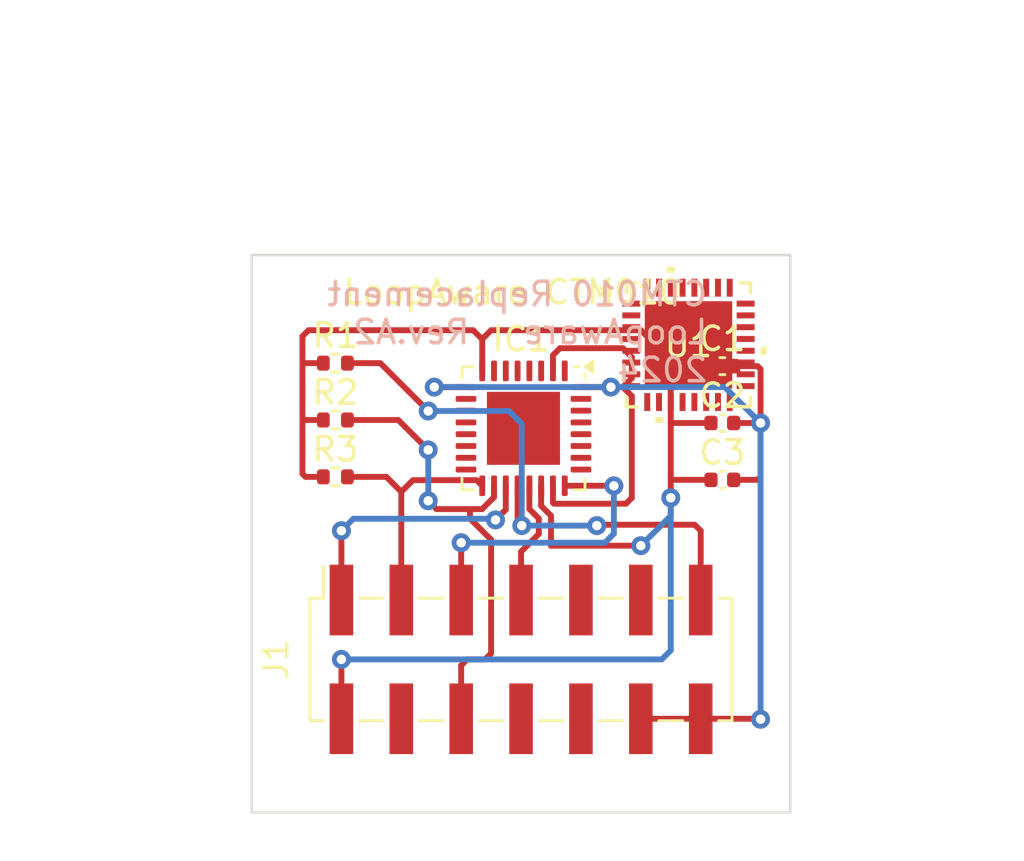
<source format=kicad_pcb>
(kicad_pcb (version 20221018) (generator pcbnew)
  (layers (0 "F.Cu" signal) (31 "B.Cu" signal) (34 "B.Paste" user) (35 "F.Paste" user) (36 "B.SilkS" user "B.Silkscreen") (37 "F.SilkS" user "F.Silkscreen") (38 "B.Mask" user) (39 "F.Mask" user) (44 "Edge.Cuts" user))
  (net 0 "")
  (net 1 "VDD")
  (net 2 "GND")
  (net 3 "RESET")
  (net 4 "IRQ")
  (net 5 "SPI_CLK")
  (net 6 "SPI_CS")
  (net 7 "SPI_MOSI")
  (net 8 "SPI_MISO")
  (footprint "Capacitor_SMD:C_0402_1005Metric" (layer "F.Cu") (at 155.9945 91.454)
    (fp_text reference "C2" (at 0 -1.16) (layer "F.SilkS"))
    (fp_text value "100n")
    (fp_line (start -0.107836 -0.36) (end 0.107836 -0.36) (stroke (width 0.12)) (layer "F.SilkS"))
    (fp_line (start -0.107836 0.36) (end 0.107836 0.36) (stroke (width 0.12)) (layer "F.SilkS"))
    (pad "1" smd roundrect (at -0.48 0) (size 0.56 0.62) (layers "F.Cu" "F.Paste" "F.Mask") (net 1 "VDD"))
    (pad "2" smd roundrect (at 0.48 0) (size 0.56 0.62) (layers "F.Cu" "F.Paste" "F.Mask") (net 2 "GND"))
  )
  (footprint "Resistor_SMD:R_0402_1005Metric" (layer "F.Cu") (at 139.5815 91.327)
    (fp_text reference "R2" (at 0 -1.17) (layer "F.SilkS"))
    (fp_text value "10k")
    (fp_line (start -0.153641 -0.38) (end 0.153641 -0.38) (stroke (width 0.12)) (layer "F.SilkS"))
    (fp_line (start -0.153641 0.38) (end 0.153641 0.38) (stroke (width 0.12)) (layer "F.SilkS"))
    (pad "1" smd roundrect (at -0.51 0) (size 0.54 0.64) (layers "F.Cu" "F.Paste" "F.Mask") (net 1 "VDD"))
    (pad "2" smd roundrect (at 0.51 0) (size 0.54 0.64) (layers "F.Cu" "F.Paste" "F.Mask") (net 4 "IRQ"))
  )
  (footprint "Connector_PinSocket_2.54mm:PinSocket_2x07_P2.54mm_Vertical_SMD" (layer "F.Cu") (at 147.4575 101.487 90)
    (fp_text reference "J1" (at 0 -10.39 90) (layer "F.SilkS"))
    (fp_text value "Conn_02x07_Odd_Even")
    (fp_line (start -2.6 -8.95) (end -2.6 -8.38) (stroke (width 0.12)) (layer "F.SilkS"))
    (fp_line (start -2.6 -8.95) (end 2.6 -8.95) (stroke (width 0.12)) (layer "F.SilkS"))
    (fp_line (start -2.6 -6.86) (end -2.6 -5.84) (stroke (width 0.12)) (layer "F.SilkS"))
    (fp_line (start -2.6 -4.32) (end -2.6 -3.3) (stroke (width 0.12)) (layer "F.SilkS"))
    (fp_line (start -2.6 -1.78) (end -2.6 -0.76) (stroke (width 0.12)) (layer "F.SilkS"))
    (fp_line (start -2.6 0.76) (end -2.6 1.78) (stroke (width 0.12)) (layer "F.SilkS"))
    (fp_line (start -2.6 3.3) (end -2.6 4.32) (stroke (width 0.12)) (layer "F.SilkS"))
    (fp_line (start -2.6 5.84) (end -2.6 6.86) (stroke (width 0.12)) (layer "F.SilkS"))
    (fp_line (start -2.6 8.38) (end -2.6 8.95) (stroke (width 0.12)) (layer "F.SilkS"))
    (fp_line (start -2.6 8.95) (end 2.6 8.95) (stroke (width 0.12)) (layer "F.SilkS"))
    (fp_line (start 2.6 -8.95) (end 2.6 -8.38) (stroke (width 0.12)) (layer "F.SilkS"))
    (fp_line (start 2.6 -8.38) (end 3.96 -8.38) (stroke (width 0.12)) (layer "F.SilkS"))
    (fp_line (start 2.6 -6.86) (end 2.6 -5.84) (stroke (width 0.12)) (layer "F.SilkS"))
    (fp_line (start 2.6 -4.32) (end 2.6 -3.3) (stroke (width 0.12)) (layer "F.SilkS"))
    (fp_line (start 2.6 -1.78) (end 2.6 -0.76) (stroke (width 0.12)) (layer "F.SilkS"))
    (fp_line (start 2.6 0.76) (end 2.6 1.78) (stroke (width 0.12)) (layer "F.SilkS"))
    (fp_line (start 2.6 3.3) (end 2.6 4.32) (stroke (width 0.12)) (layer "F.SilkS"))
    (fp_line (start 2.6 5.84) (end 2.6 6.86) (stroke (width 0.12)) (layer "F.SilkS"))
    (fp_line (start 2.6 8.38) (end 2.6 8.95) (stroke (width 0.12)) (layer "F.SilkS"))
    (pad "1" smd rect (at 2.52 -7.62 90) (size 3 1) (layers "F.Cu" "F.Paste" "F.Mask") (net 5 "SPI_CLK"))
    (pad "2" smd rect (at -2.52 -7.62 90) (size 3 1) (layers "F.Cu" "F.Paste" "F.Mask") (net 1 "VDD"))
    (pad "3" smd rect (at 2.52 -5.08 90) (size 3 1) (layers "F.Cu" "F.Paste" "F.Mask") (net 3 "RESET"))
    (pad "4" smd rect (at -2.52 -5.08 90) (size 3 1) (layers "F.Cu" "F.Paste" "F.Mask"))
    (pad "5" smd rect (at 2.52 -2.54 90) (size 3 1) (layers "F.Cu" "F.Paste" "F.Mask") (net 8 "SPI_MISO"))
    (pad "6" smd rect (at -2.52 -2.54 90) (size 3 1) (layers "F.Cu" "F.Paste" "F.Mask") (net 4 "IRQ"))
    (pad "7" smd rect (at 2.52 0 90) (size 3 1) (layers "F.Cu" "F.Paste" "F.Mask") (net 7 "SPI_MOSI"))
    (pad "8" smd rect (at -2.52 0 90) (size 3 1) (layers "F.Cu" "F.Paste" "F.Mask"))
    (pad "9" smd rect (at 2.52 2.54 90) (size 3 1) (layers "F.Cu" "F.Paste" "F.Mask"))
    (pad "10" smd rect (at -2.52 2.54 90) (size 3 1) (layers "F.Cu" "F.Paste" "F.Mask"))
    (pad "11" smd rect (at 2.52 5.08 90) (size 3 1) (layers "F.Cu" "F.Paste" "F.Mask"))
    (pad "12" smd rect (at -2.52 5.08 90) (size 3 1) (layers "F.Cu" "F.Paste" "F.Mask") (net 2 "GND"))
    (pad "13" smd rect (at 2.52 7.62 90) (size 3 1) (layers "F.Cu" "F.Paste" "F.Mask") (net 6 "SPI_CS"))
    (pad "14" smd rect (at -2.52 7.62 90) (size 3 1) (layers "F.Cu" "F.Paste" "F.Mask") (net 2 "GND"))
  )
  (footprint "Capacitor_SMD:C_0402_1005Metric" (layer "F.Cu") (at 155.9945 93.867)
    (fp_text reference "C3" (at 0 -1.16) (layer "F.SilkS"))
    (fp_text value "100n")
    (fp_line (start -0.107836 -0.36) (end 0.107836 -0.36) (stroke (width 0.12)) (layer "F.SilkS"))
    (fp_line (start -0.107836 0.36) (end 0.107836 0.36) (stroke (width 0.12)) (layer "F.SilkS"))
    (pad "1" smd roundrect (at -0.48 0) (size 0.56 0.62) (layers "F.Cu" "F.Paste" "F.Mask") (net 1 "VDD"))
    (pad "2" smd roundrect (at 0.48 0) (size 0.56 0.62) (layers "F.Cu" "F.Paste" "F.Mask") (net 2 "GND"))
  )
  (footprint "footprints:QFN32_SLB9670VQ20FW785XTMA1_INF" (layer "F.Cu") (at 154.559 88.138)
    (fp_text reference "U1" (at 0 0 unlocked) (layer "F.SilkS"))
    (fp_text value "SLB9670VQ20FW785XTMA1")
    (fp_text user "*" (at -3.4417 -2) (layer "F.SilkS"))
    (fp_text user "*" (at -3.4417 -2 unlocked) (layer "F.SilkS"))
    (fp_line (start -2.6289 -2.6289) (end -2.6289 -2.209739) (stroke (width 0.1524)) (layer "F.SilkS"))
    (fp_line (start -2.6289 2.209739) (end -2.6289 2.6289) (stroke (width 0.1524)) (layer "F.SilkS"))
    (fp_line (start -2.6289 2.6289) (end -2.209739 2.6289) (stroke (width 0.1524)) (layer "F.SilkS"))
    (fp_line (start -2.209739 -2.6289) (end -2.6289 -2.6289) (stroke (width 0.1524)) (layer "F.SilkS"))
    (fp_line (start 2.209739 2.6289) (end 2.6289 2.6289) (stroke (width 0.1524)) (layer "F.SilkS"))
    (fp_line (start 2.6289 -2.6289) (end 2.209739 -2.6289) (stroke (width 0.1524)) (layer "F.SilkS"))
    (fp_line (start 2.6289 -2.209739) (end 2.6289 -2.6289) (stroke (width 0.1524)) (layer "F.SilkS"))
    (fp_line (start 2.6289 2.6289) (end 2.6289 2.209739) (stroke (width 0.1524)) (layer "F.SilkS"))
    (fp_poly (pts (xy -1.4405 3.0607) (xy -1.4405 3.3147) (xy -1.0595 3.3147) (xy -1.0595 3.0607)) (fill solid) (layer "F.SilkS"))
    (fp_poly (pts (xy -0.940501 -3.0607) (xy -0.940501 -3.3147) (xy -0.559501 -3.3147) (xy -0.559501 -3.0607)) (fill solid) (layer "F.SilkS"))
    (fp_poly (pts (xy 3.3147 0.059499) (xy 3.3147 0.4405) (xy 3.0607 0.4405) (xy 3.0607 0.059499)) (fill solid) (layer "F.SilkS"))
    (pad "1" smd rect (at -2.4257 -1.749999 90) (size 0.254 0.762) (layers "F.Cu" "F.Paste" "F.Mask"))
    (pad "2" smd rect (at -2.4257 -1.25 90) (size 0.254 0.762) (layers "F.Cu" "F.Paste" "F.Mask"))
    (pad "3" smd rect (at -2.4257 -0.750001 90) (size 0.254 0.762) (layers "F.Cu" "F.Paste" "F.Mask"))
    (pad "4" smd rect (at -2.4257 -0.25 90) (size 0.254 0.762) (layers "F.Cu" "F.Paste" "F.Mask"))
    (pad "5" smd rect (at -2.4257 0.25 90) (size 0.254 0.762) (layers "F.Cu" "F.Paste" "F.Mask"))
    (pad "6" smd rect (at -2.4257 0.750001 90) (size 0.254 0.762) (layers "F.Cu" "F.Paste" "F.Mask"))
    (pad "7" smd rect (at -2.4257 1.25 90) (size 0.254 0.762) (layers "F.Cu" "F.Paste" "F.Mask"))
    (pad "8" smd rect (at -2.4257 1.749999 90) (size 0.254 0.762) (layers "F.Cu" "F.Paste" "F.Mask"))
    (pad "9" smd rect (at -1.749999 2.4257) (size 0.254 0.762) (layers "F.Cu" "F.Paste" "F.Mask"))
    (pad "10" smd rect (at -1.25 2.4257) (size 0.254 0.762) (layers "F.Cu" "F.Paste" "F.Mask"))
    (pad "11" smd rect (at -0.750001 2.4257) (size 0.254 0.762) (layers "F.Cu" "F.Paste" "F.Mask"))
    (pad "12" smd rect (at -0.25 2.4257) (size 0.254 0.762) (layers "F.Cu" "F.Paste" "F.Mask"))
    (pad "13" smd rect (at 0.25 2.4257) (size 0.254 0.762) (layers "F.Cu" "F.Paste" "F.Mask"))
    (pad "14" smd rect (at 0.750001 2.4257) (size 0.254 0.762) (layers "F.Cu" "F.Paste" "F.Mask"))
    (pad "15" smd rect (at 1.25 2.4257) (size 0.254 0.762) (layers "F.Cu" "F.Paste" "F.Mask"))
    (pad "16" smd rect (at 1.749999 2.4257) (size 0.254 0.762) (layers "F.Cu" "F.Paste" "F.Mask"))
    (pad "17" smd rect (at 2.4257 1.749999 90) (size 0.254 0.762) (layers "F.Cu" "F.Paste" "F.Mask"))
    (pad "18" smd rect (at 2.4257 1.25 90) (size 0.254 0.762) (layers "F.Cu" "F.Paste" "F.Mask"))
    (pad "19" smd rect (at 2.4257 0.750001 90) (size 0.254 0.762) (layers "F.Cu" "F.Paste" "F.Mask"))
    (pad "20" smd rect (at 2.4257 0.25 90) (size 0.254 0.762) (layers "F.Cu" "F.Paste" "F.Mask"))
    (pad "21" smd rect (at 2.4257 -0.25 90) (size 0.254 0.762) (layers "F.Cu" "F.Paste" "F.Mask"))
    (pad "22" smd rect (at 2.4257 -0.750001 90) (size 0.254 0.762) (layers "F.Cu" "F.Paste" "F.Mask"))
    (pad "23" smd rect (at 2.4257 -1.25 90) (size 0.254 0.762) (layers "F.Cu" "F.Paste" "F.Mask"))
    (pad "24" smd rect (at 2.4257 -1.749999 90) (size 0.254 0.762) (layers "F.Cu" "F.Paste" "F.Mask"))
    (pad "25" smd rect (at 1.749999 -2.4257) (size 0.254 0.762) (layers "F.Cu" "F.Paste" "F.Mask"))
    (pad "26" smd rect (at 1.25 -2.4257) (size 0.254 0.762) (layers "F.Cu" "F.Paste" "F.Mask"))
    (pad "27" smd rect (at 0.750001 -2.4257) (size 0.254 0.762) (layers "F.Cu" "F.Paste" "F.Mask"))
    (pad "28" smd rect (at 0.25 -2.4257) (size 0.254 0.762) (layers "F.Cu" "F.Paste" "F.Mask"))
    (pad "29" smd rect (at -0.25 -2.4257) (size 0.254 0.762) (layers "F.Cu" "F.Paste" "F.Mask"))
    (pad "30" smd rect (at -0.750001 -2.4257) (size 0.254 0.762) (layers "F.Cu" "F.Paste" "F.Mask"))
    (pad "31" smd rect (at -1.25 -2.4257) (size 0.254 0.762) (layers "F.Cu" "F.Paste" "F.Mask"))
    (pad "32" smd rect (at -1.749999 -2.4257) (size 0.254 0.762) (layers "F.Cu" "F.Paste" "F.Mask"))
    (pad "33" smd rect (at 0 0) (size 3.7084 3.7084) (layers "F.Cu" "F.Paste" "F.Mask"))
  )
  (footprint "Capacitor_SMD:C_0402_1005Metric" (layer "F.Cu") (at 155.9945 89.041)
    (fp_text reference "C1" (at 0 -1.16) (layer "F.SilkS"))
    (fp_text value "1u")
    (fp_line (start -0.107836 -0.36) (end 0.107836 -0.36) (stroke (width 0.12)) (layer "F.SilkS"))
    (fp_line (start -0.107836 0.36) (end 0.107836 0.36) (stroke (width 0.12)) (layer "F.SilkS"))
    (pad "1" smd roundrect (at -0.48 0) (size 0.56 0.62) (layers "F.Cu" "F.Paste" "F.Mask") (net 1 "VDD"))
    (pad "2" smd roundrect (at 0.48 0) (size 0.56 0.62) (layers "F.Cu" "F.Paste" "F.Mask") (net 2 "GND"))
  )
  (footprint "Resistor_SMD:R_0402_1005Metric" (layer "F.Cu") (at 139.5815 93.74)
    (fp_text reference "R3" (at 0 -1.17) (layer "F.SilkS"))
    (fp_text value "10k")
    (fp_line (start -0.153641 -0.38) (end 0.153641 -0.38) (stroke (width 0.12)) (layer "F.SilkS"))
    (fp_line (start -0.153641 0.38) (end 0.153641 0.38) (stroke (width 0.12)) (layer "F.SilkS"))
    (pad "1" smd roundrect (at -0.51 0) (size 0.54 0.64) (layers "F.Cu" "F.Paste" "F.Mask") (net 1 "VDD"))
    (pad "2" smd roundrect (at 0.51 0) (size 0.54 0.64) (layers "F.Cu" "F.Paste" "F.Mask") (net 3 "RESET"))
  )
  (footprint "Package_DFN_QFN:QFN-32-1EP_5x5mm_P0.5mm_EP3.1x3.1mm" (layer "F.Cu") (at 147.56 91.68 -90)
    (fp_text reference "IC1" (at -3.782 0.1025 -180) (layer "F.SilkS"))
    (fp_text value "Infineon-SLB9670")
    (fp_line (start -2.61 -2.135) (end -2.61 -2.37) (stroke (width 0.12)) (layer "F.SilkS"))
    (fp_line (start -2.61 2.61) (end -2.61 2.135) (stroke (width 0.12)) (layer "F.SilkS"))
    (fp_line (start -2.135 -2.61) (end -2.31 -2.61) (stroke (width 0.12)) (layer "F.SilkS"))
    (fp_line (start -2.135 2.61) (end -2.61 2.61) (stroke (width 0.12)) (layer "F.SilkS"))
    (fp_line (start 2.135 -2.61) (end 2.61 -2.61) (stroke (width 0.12)) (layer "F.SilkS"))
    (fp_line (start 2.135 2.61) (end 2.61 2.61) (stroke (width 0.12)) (layer "F.SilkS"))
    (fp_line (start 2.61 -2.61) (end 2.61 -2.135) (stroke (width 0.12)) (layer "F.SilkS"))
    (fp_line (start 2.61 2.61) (end 2.61 2.135) (stroke (width 0.12)) (layer "F.SilkS"))
    (fp_poly (pts (xy -2.61 -2.61) (xy -2.85 -2.94) (xy -2.37 -2.94) (xy -2.61 -2.61)) (stroke (width 0.12)) (fill solid) (layer "F.SilkS"))
    (pad "1" smd roundrect (at -2.4375 -1.75 270) (size 0.875 0.25) (layers "F.Cu" "F.Paste" "F.Mask"))
    (pad "2" smd roundrect (at -2.4375 -1.25 270) (size 0.875 0.25) (layers "F.Cu" "F.Paste" "F.Mask") (net 2 "GND"))
    (pad "3" smd roundrect (at -2.4375 -0.75 270) (size 0.875 0.25) (layers "F.Cu" "F.Paste" "F.Mask"))
    (pad "4" smd roundrect (at -2.4375 -0.25 270) (size 0.875 0.25) (layers "F.Cu" "F.Paste" "F.Mask"))
    (pad "5" smd roundrect (at -2.4375 0.25 270) (size 0.875 0.25) (layers "F.Cu" "F.Paste" "F.Mask"))
    (pad "6" smd roundrect (at -2.4375 0.75 270) (size 0.875 0.25) (layers "F.Cu" "F.Paste" "F.Mask"))
    (pad "7" smd roundrect (at -2.4375 1.25 270) (size 0.875 0.25) (layers "F.Cu" "F.Paste" "F.Mask"))
    (pad "8" smd roundrect (at -2.4375 1.75 270) (size 0.875 0.25) (layers "F.Cu" "F.Paste" "F.Mask") (net 1 "VDD"))
    (pad "9" smd roundrect (at -1.75 2.4375 270) (size 0.25 0.875) (layers "F.Cu" "F.Paste" "F.Mask") (net 2 "GND"))
    (pad "10" smd roundrect (at -1.25 2.4375 270) (size 0.25 0.875) (layers "F.Cu" "F.Paste" "F.Mask"))
    (pad "11" smd roundrect (at -0.75 2.4375 270) (size 0.25 0.875) (layers "F.Cu" "F.Paste" "F.Mask"))
    (pad "12" smd roundrect (at -0.25 2.4375 270) (size 0.25 0.875) (layers "F.Cu" "F.Paste" "F.Mask"))
    (pad "13" smd roundrect (at 0.25 2.4375 270) (size 0.25 0.875) (layers "F.Cu" "F.Paste" "F.Mask"))
    (pad "14" smd roundrect (at 0.75 2.4375 270) (size 0.25 0.875) (layers "F.Cu" "F.Paste" "F.Mask"))
    (pad "15" smd roundrect (at 1.25 2.4375 270) (size 0.25 0.875) (layers "F.Cu" "F.Paste" "F.Mask"))
    (pad "16" smd roundrect (at 1.75 2.4375 270) (size 0.25 0.875) (layers "F.Cu" "F.Paste" "F.Mask"))
    (pad "17" smd roundrect (at 2.4375 1.75 270) (size 0.875 0.25) (layers "F.Cu" "F.Paste" "F.Mask") (net 3 "RESET"))
    (pad "18" smd roundrect (at 2.4375 1.25 270) (size 0.875 0.25) (layers "F.Cu" "F.Paste" "F.Mask") (net 4 "IRQ"))
    (pad "19" smd roundrect (at 2.4375 0.75 270) (size 0.875 0.25) (layers "F.Cu" "F.Paste" "F.Mask") (net 5 "SPI_CLK"))
    (pad "20" smd roundrect (at 2.4375 0.25 270) (size 0.875 0.25) (layers "F.Cu" "F.Paste" "F.Mask") (net 6 "SPI_CS"))
    (pad "21" smd roundrect (at 2.4375 -0.25 270) (size 0.875 0.25) (layers "F.Cu" "F.Paste" "F.Mask") (net 7 "SPI_MOSI"))
    (pad "22" smd roundrect (at 2.4375 -0.75 270) (size 0.875 0.25) (layers "F.Cu" "F.Paste" "F.Mask") (net 1 "VDD"))
    (pad "23" smd roundrect (at 2.4375 -1.25 270) (size 0.875 0.25) (layers "F.Cu" "F.Paste" "F.Mask") (net 2 "GND"))
    (pad "24" smd roundrect (at 2.4375 -1.75 270) (size 0.875 0.25) (layers "F.Cu" "F.Paste" "F.Mask") (net 8 "SPI_MISO"))
    (pad "25" smd roundrect (at 1.75 -2.4375 270) (size 0.25 0.875) (layers "F.Cu" "F.Paste" "F.Mask"))
    (pad "26" smd roundrect (at 1.25 -2.4375 270) (size 0.25 0.875) (layers "F.Cu" "F.Paste" "F.Mask"))
    (pad "27" smd roundrect (at 0.75 -2.4375 270) (size 0.25 0.875) (layers "F.Cu" "F.Paste" "F.Mask"))
    (pad "28" smd roundrect (at 0.25 -2.4375 270) (size 0.25 0.875) (layers "F.Cu" "F.Paste" "F.Mask"))
    (pad "29" smd roundrect (at -0.25 -2.4375 270) (size 0.25 0.875) (layers "F.Cu" "F.Paste" "F.Mask"))
    (pad "30" smd roundrect (at -0.75 -2.4375 270) (size 0.25 0.875) (layers "F.Cu" "F.Paste" "F.Mask"))
    (pad "31" smd roundrect (at -1.25 -2.4375 270) (size 0.25 0.875) (layers "F.Cu" "F.Paste" "F.Mask"))
    (pad "32" smd roundrect (at -1.75 -2.4375 270) (size 0.25 0.875) (layers "F.Cu" "F.Paste" "F.Mask") (net 2 "GND"))
    (pad "33" smd rect (at 0 0 270) (size 3.1 3.1) (property pad_prop_heatsink) (layers "F.Cu" "F.Mask"))
  )
  (footprint "Resistor_SMD:R_0402_1005Metric" (layer "F.Cu") (at 139.5815 88.914)
    (fp_text reference "R1" (at 0 -1.17) (layer "F.SilkS"))
    (fp_text value "10k")
    (fp_line (start -0.153641 -0.38) (end 0.153641 -0.38) (stroke (width 0.12)) (layer "F.SilkS"))
    (fp_line (start -0.153641 0.38) (end 0.153641 0.38) (stroke (width 0.12)) (layer "F.SilkS"))
    (pad "1" smd roundrect (at -0.51 0) (size 0.54 0.64) (layers "F.Cu" "F.Paste" "F.Mask") (net 1 "VDD"))
    (pad "2" smd roundrect (at 0.51 0) (size 0.54 0.64) (layers "F.Cu" "F.Paste" "F.Mask") (net 6 "SPI_CS"))
  )
  (gr_rect (start 136.0315 84.328) (end 158.877 107.986) (stroke (width 0.1)) (fill none) (layer "Edge.Cuts"))
  (gr_text "CTM010 Replacement\nLoopAware   Rev.A2\n2024" (at 155.448 89.789) (layer "B.SilkS") (effects (font (size 1 1)) (justify left bottom mirror)))
  (gr_text "LoopAware CTM010" (at 139.827 86.487) (layer "F.SilkS") (effects (font (size 1 1)) (justify left bottom)))
  (segment (start 138.3135 93.74) (end 139.0715 93.74) (width 0.25) (layer "F.Cu") (net 1))
  (segment (start 148.31 94.1175) (end 148.31 94.60474) (width 0.25) (layer "F.Cu") (net 1))
  (segment (start 152.5375 87.517) (end 146.1875 87.517) (width 0.25) (layer "F.Cu") (net 1))
  (segment (start 154.0615 89.041) (end 155.5145 89.041) (width 0.25) (layer "F.Cu") (net 1))
  (segment (start 148.31 94.1175) (end 148.31 94.969791) (width 0.25) (layer "F.Cu") (net 1))
  (segment (start 153.8075 91.454) (end 153.8075 89.295) (width 0.25) (layer "F.Cu") (net 1))
  (segment (start 153.8075 88.787) (end 154.0615 89.041) (width 0.25) (layer "F.Cu") (net 1))
  (segment (start 155.5145 91.454) (end 153.8075 91.454) (width 0.25) (layer "F.Cu") (net 1))
  (segment (start 148.7275 96.661) (end 152.5375 96.661) (width 0.25) (layer "F.Cu") (net 1))
  (segment (start 153.8075 94.629) (end 153.8075 93.867) (width 0.25) (layer "F.Cu") (net 1))
  (segment (start 155.5145 93.867) (end 153.8075 93.867) (width 0.25) (layer "F.Cu") (net 1))
  (segment (start 153.8075 89.295) (end 154.0615 89.041) (width 0.25) (layer "F.Cu") (net 1))
  (segment (start 139.0715 91.327) (end 138.1865 91.327) (width 0.25) (layer "F.Cu") (net 1))
  (segment (start 145.4255 87.517) (end 138.4405 87.517) (width 0.25) (layer "F.Cu") (net 1))
  (segment (start 138.1865 93.613) (end 138.3135 93.74) (width 0.25) (layer "F.Cu") (net 1))
  (segment (start 153.8075 93.867) (end 153.8075 91.454) (width 0.25) (layer "F.Cu") (net 1))
  (segment (start 139.0715 88.914) (end 138.1865 88.914) (width 0.25) (layer "F.Cu") (net 1))
  (segment (start 145.8065 87.898) (end 145.4255 87.517) (width 0.25) (layer "F.Cu") (net 1))
  (segment (start 145.81 87.9015) (end 145.81 89.2425) (width 0.25) (layer "F.Cu") (net 1))
  (segment (start 148.7275 95.387291) (end 148.7275 96.661) (width 0.25) (layer "F.Cu") (net 1))
  (segment (start 138.1865 88.914) (end 138.1865 91.327) (width 0.25) (layer "F.Cu") (net 1))
  (segment (start 153.8075 88.787) (end 152.5375 87.517) (width 0.25) (layer "F.Cu") (net 1))
  (segment (start 145.8065 87.898) (end 145.81 87.9015) (width 0.25) (layer "F.Cu") (net 1))
  (segment (start 138.1865 91.327) (end 138.1865 93.613) (width 0.25) (layer "F.Cu") (net 1))
  (segment (start 139.8375 101.487) (end 139.8375 104.007) (width 0.25) (layer "F.Cu") (net 1))
  (segment (start 146.1875 87.517) (end 145.8065 87.898) (width 0.25) (layer "F.Cu") (net 1))
  (segment (start 138.4405 87.517) (end 138.1865 87.771) (width 0.25) (layer "F.Cu") (net 1))
  (segment (start 148.31 94.969791) (end 148.7275 95.387291) (width 0.25) (layer "F.Cu") (net 1))
  (segment (start 138.1865 87.771) (end 138.1865 88.914) (width 0.25) (layer "F.Cu") (net 1))
  (via (at 153.8075 94.629) (size 0.8) (drill 0.4) (layers "F.Cu" "B.Cu") (net 1))
  (via (at 139.8375 101.487) (size 0.8) (drill 0.4) (layers "F.Cu" "B.Cu") (net 1))
  (via (at 152.5375 96.661) (size 0.8) (drill 0.4) (layers "F.Cu" "B.Cu") (net 1))
  (segment (start 139.8375 101.487) (end 153.4265 101.487) (width 0.25) (layer "B.Cu") (net 1))
  (segment (start 153.8075 101.106) (end 153.8075 94.629) (width 0.25) (layer "B.Cu") (net 1))
  (segment (start 153.4265 101.487) (end 153.8075 101.106) (width 0.25) (layer "B.Cu") (net 1))
  (segment (start 153.8075 95.391) (end 153.8075 94.629) (width 0.25) (layer "B.Cu") (net 1))
  (segment (start 152.5375 96.661) (end 153.8075 95.391) (width 0.25) (layer "B.Cu") (net 1))
  (segment (start 157.4905 93.867) (end 156.4745 93.867) (width 0.25) (layer "F.Cu") (net 2))
  (segment (start 148.81 88.5775) (end 148.81 89.2425) (width 0.25) (layer "F.Cu") (net 2))
  (segment (start 152.5375 104.007) (end 155.0775 104.007) (width 0.25) (layer "F.Cu") (net 2))
  (segment (start 157.6175 89.168) (end 157.4905 89.041) (width 0.25) (layer "F.Cu") (net 2))
  (segment (start 152.1565 94.629) (end 152.1565 90.311) (width 0.25) (layer "F.Cu") (net 2))
  (segment (start 148.856605 94.88) (end 151.9055 94.88) (width 0.25) (layer "F.Cu") (net 2))
  (segment (start 151.9055 94.88) (end 152.1565 94.629) (width 0.25) (layer "F.Cu") (net 2))
  (segment (start 151.7755 89.93) (end 152.1565 89.549) (width 0.25) (layer "F.Cu") (net 2))
  (segment (start 143.7745 89.93) (end 145.1225 89.93) (width 0.25) (layer "F.Cu") (net 2))
  (segment (start 148.81 94.833395) (end 148.856605 94.88) (width 0.25) (layer "F.Cu") (net 2))
  (segment (start 157.6175 91.454) (end 156.4745 91.454) (width 0.25) (layer "F.Cu") (net 2))
  (segment (start 149.1085 88.279) (end 148.81 88.5775) (width 0.25) (layer "F.Cu") (net 2))
  (segment (start 151.7755 88.279) (end 149.1085 88.279) (width 0.25) (layer "F.Cu") (net 2))
  (segment (start 157.4905 89.041) (end 156.4745 89.041) (width 0.25) (layer "F.Cu") (net 2))
  (segment (start 157.6175 91.454) (end 157.6175 89.168) (width 0.25) (layer "F.Cu") (net 2))
  (segment (start 152.1565 89.549) (end 152.1565 88.66) (width 0.25) (layer "F.Cu") (net 2))
  (segment (start 152.1565 88.66) (end 151.7755 88.279) (width 0.25) (layer "F.Cu") (net 2))
  (segment (start 157.6175 104.027) (end 157.5975 104.007) (width 0.25) (layer "F.Cu") (net 2))
  (segment (start 152.1565 90.311) (end 151.7755 89.93) (width 0.25) (layer "F.Cu") (net 2))
  (segment (start 148.81 94.1175) (end 148.81 94.833395) (width 0.25) (layer "F.Cu") (net 2))
  (segment (start 149.9975 89.93) (end 151.2675 89.93) (width 0.25) (layer "F.Cu") (net 2))
  (segment (start 157.6175 91.454) (end 157.6175 93.74) (width 0.25) (layer "F.Cu") (net 2))
  (segment (start 157.5975 104.007) (end 155.0775 104.007) (width 0.25) (layer "F.Cu") (net 2))
  (segment (start 157.6175 93.74) (end 157.4905 93.867) (width 0.25) (layer "F.Cu") (net 2))
  (segment (start 151.2675 89.93) (end 151.7755 89.93) (width 0.25) (layer "F.Cu") (net 2))
  (via (at 151.2675 89.93) (size 0.8) (drill 0.4) (layers "F.Cu" "B.Cu") (net 2))
  (via (at 157.6175 91.454) (size 0.8) (drill 0.4) (layers "F.Cu" "B.Cu") (net 2))
  (via (at 143.7745 89.93) (size 0.8) (drill 0.4) (layers "F.Cu" "B.Cu") (net 2))
  (via (at 157.6175 104.027) (size 0.8) (drill 0.4) (layers "F.Cu" "B.Cu") (net 2))
  (segment (start 143.7745 89.93) (end 151.2675 89.93) (width 0.25) (layer "B.Cu") (net 2))
  (segment (start 156.0935 89.93) (end 151.2675 89.93) (width 0.25) (layer "B.Cu") (net 2))
  (segment (start 157.6175 91.454) (end 156.0935 89.93) (width 0.25) (layer "B.Cu") (net 2))
  (segment (start 157.6175 104.027) (end 157.6175 91.454) (width 0.25) (layer "B.Cu") (net 2))
  (segment (start 142.8725 93.88) (end 142.3775 94.375) (width 0.25) (layer "F.Cu") (net 3))
  (segment (start 140.0915 93.74) (end 141.7425 93.74) (width 0.25) (layer "F.Cu") (net 3))
  (segment (start 145.81 94.1175) (end 145.5725 93.88) (width 0.25) (layer "F.Cu") (net 3))
  (segment (start 145.5725 93.88) (end 142.8725 93.88) (width 0.25) (layer "F.Cu") (net 3))
  (segment (start 142.3775 98.967) (end 142.3775 94.375) (width 0.25) (layer "F.Cu") (net 3))
  (segment (start 141.7425 93.74) (end 142.3775 94.375) (width 0.25) (layer "F.Cu") (net 3))
  (segment (start 145.8065 95.10824) (end 145.288 95.10824) (width 0.25) (layer "F.Cu") (net 4))
  (segment (start 146.31 94.60474) (end 145.8065 95.10824) (width 0.25) (layer "F.Cu") (net 4))
  (segment (start 144.9175 101.741) (end 144.9175 104.007) (width 0.25) (layer "F.Cu") (net 4))
  (segment (start 145.288 95.10824) (end 143.87274 95.10824) (width 0.25) (layer "F.Cu") (net 4))
  (segment (start 146.1875 101.233) (end 145.9335 101.487) (width 0.25) (layer "F.Cu") (net 4))
  (segment (start 146.31 94.1175) (end 146.31 94.60474) (width 0.25) (layer "F.Cu") (net 4))
  (segment (start 145.288 95.10824) (end 145.288 95.5075) (width 0.25) (layer "F.Cu") (net 4))
  (segment (start 143.87274 95.10824) (end 143.5205 94.756) (width 0.25) (layer "F.Cu") (net 4))
  (segment (start 143.5205 92.597) (end 142.2505 91.327) (width 0.25) (layer "F.Cu") (net 4))
  (segment (start 146.1875 96.407) (end 146.1875 101.233) (width 0.25) (layer "F.Cu") (net 4))
  (segment (start 145.9335 101.487) (end 145.1715 101.487) (width 0.25) (layer "F.Cu") (net 4))
  (segment (start 142.2505 91.327) (end 140.0915 91.327) (width 0.25) (layer "F.Cu") (net 4))
  (segment (start 145.1715 101.487) (end 144.9175 101.741) (width 0.25) (layer "F.Cu") (net 4))
  (segment (start 145.288 95.5075) (end 146.1875 96.407) (width 0.25) (layer "F.Cu") (net 4))
  (via (at 143.5205 94.756) (size 0.8) (drill 0.4) (layers "F.Cu" "B.Cu") (net 4))
  (via (at 143.5205 92.597) (size 0.8) (drill 0.4) (layers "F.Cu" "B.Cu") (net 4))
  (segment (start 143.5205 94.756) (end 143.5205 92.597) (width 0.25) (layer "B.Cu") (net 4))
  (segment (start 139.8375 96.026) (end 139.8375 98.967) (width 0.25) (layer "F.Cu") (net 5))
  (segment (start 146.81 95.130046) (end 146.81 94.1175) (width 0.25) (layer "F.Cu") (net 5))
  (segment (start 146.372926 95.56712) (end 146.81 95.130046) (width 0.25) (layer "F.Cu") (net 5))
  (via (at 146.372926 95.56712) (size 0.8) (drill 0.4) (layers "F.Cu" "B.Cu") (net 5))
  (via (at 139.8375 96.026) (size 0.8) (drill 0.4) (layers "F.Cu" "B.Cu") (net 5))
  (segment (start 146.372926 95.56712) (end 146.323806 95.518) (width 0.25) (layer "B.Cu") (net 5))
  (segment (start 140.3455 95.518) (end 139.8375 96.026) (width 0.25) (layer "B.Cu") (net 5))
  (segment (start 146.323806 95.518) (end 140.3455 95.518) (width 0.25) (layer "B.Cu") (net 5))
  (segment (start 140.0915 88.914) (end 141.4885 88.914) (width 0.25) (layer "F.Cu") (net 6))
  (segment (start 147.31 94.1175) (end 147.31 95.631492) (width 0.25) (layer "F.Cu") (net 6))
  (segment (start 150.7065 95.772) (end 154.8235 95.772) (width 0.25) (layer "F.Cu") (net 6))
  (segment (start 147.31 95.631492) (end 147.487508 95.809) (width 0.25) (layer "F.Cu") (net 6))
  (segment (start 154.8235 95.772) (end 155.0775 96.026) (width 0.25) (layer "F.Cu") (net 6))
  (segment (start 155.0775 96.026) (end 155.0775 98.967) (width 0.25) (layer "F.Cu") (net 6))
  (segment (start 150.6695 95.809) (end 150.7065 95.772) (width 0.25) (layer "F.Cu") (net 6))
  (segment (start 141.4885 88.914) (end 143.5205 90.946) (width 0.25) (layer "F.Cu") (net 6))
  (via (at 147.487508 95.809) (size 0.8) (drill 0.4) (layers "F.Cu" "B.Cu") (net 6))
  (via (at 143.5205 90.946) (size 0.8) (drill 0.4) (layers "F.Cu" "B.Cu") (net 6))
  (via (at 150.6695 95.809) (size 0.8) (drill 0.4) (layers "F.Cu" "B.Cu") (net 6))
  (segment (start 146.9495 90.946) (end 143.5205 90.946) (width 0.25) (layer "B.Cu") (net 6))
  (segment (start 147.487508 91.484008) (end 146.9495 90.946) (width 0.25) (layer "B.Cu") (net 6))
  (segment (start 147.487508 95.809) (end 147.487508 91.484008) (width 0.25) (layer "B.Cu") (net 6))
  (segment (start 147.487508 95.809) (end 150.6695 95.809) (width 0.25) (layer "B.Cu") (net 6))
  (segment (start 147.81 95.106187) (end 148.212508 95.508695) (width 0.25) (layer "F.Cu") (net 7))
  (segment (start 147.4575 96.915) (end 147.4575 98.967) (width 0.25) (layer "F.Cu") (net 7))
  (segment (start 147.81 94.1175) (end 147.81 95.106187) (width 0.25) (layer "F.Cu") (net 7))
  (segment (start 148.212508 95.508695) (end 148.212508 96.159992) (width 0.25) (layer "F.Cu") (net 7))
  (segment (start 148.212508 96.159992) (end 147.4575 96.915) (width 0.25) (layer "F.Cu") (net 7))
  (segment (start 144.9175 96.534) (end 144.9175 98.967) (width 0.25) (layer "F.Cu") (net 8))
  (segment (start 151.391 94.1175) (end 151.3945 94.121) (width 0.25) (layer "F.Cu") (net 8))
  (segment (start 149.31 94.1175) (end 151.391 94.1175) (width 0.25) (layer "F.Cu") (net 8))
  (via (at 151.3945 94.121) (size 0.8) (drill 0.4) (layers "F.Cu" "B.Cu") (net 8))
  (via (at 144.9175 96.534) (size 0.8) (drill 0.4) (layers "F.Cu" "B.Cu") (net 8))
  (segment (start 151.0135 96.534) (end 144.9175 96.534) (width 0.25) (layer "B.Cu") (net 8))
  (segment (start 151.3945 94.121) (end 151.3945 96.153) (width 0.25) (layer "B.Cu") (net 8))
  (segment (start 151.3945 96.153) (end 151.0135 96.534) (width 0.25) (layer "B.Cu") (net 8))
)
</source>
